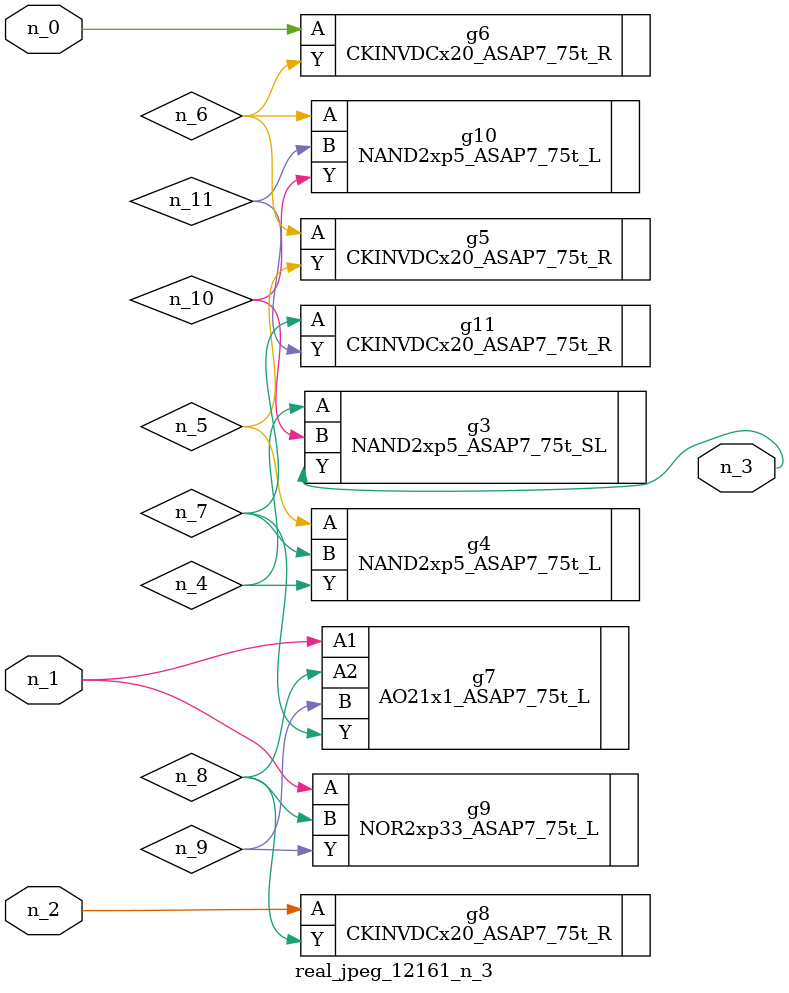
<source format=v>
module real_jpeg_12161_n_3 (n_1, n_0, n_2, n_3);

input n_1;
input n_0;
input n_2;

output n_3;

wire n_5;
wire n_8;
wire n_4;
wire n_11;
wire n_6;
wire n_7;
wire n_10;
wire n_9;

CKINVDCx20_ASAP7_75t_R g6 ( 
.A(n_0),
.Y(n_6)
);

AO21x1_ASAP7_75t_L g7 ( 
.A1(n_1),
.A2(n_8),
.B(n_9),
.Y(n_7)
);

NOR2xp33_ASAP7_75t_L g9 ( 
.A(n_1),
.B(n_8),
.Y(n_9)
);

CKINVDCx20_ASAP7_75t_R g8 ( 
.A(n_2),
.Y(n_8)
);

NAND2xp5_ASAP7_75t_SL g3 ( 
.A(n_4),
.B(n_10),
.Y(n_3)
);

NAND2xp5_ASAP7_75t_L g4 ( 
.A(n_5),
.B(n_7),
.Y(n_4)
);

CKINVDCx20_ASAP7_75t_R g5 ( 
.A(n_6),
.Y(n_5)
);

NAND2xp5_ASAP7_75t_L g10 ( 
.A(n_6),
.B(n_11),
.Y(n_10)
);

CKINVDCx20_ASAP7_75t_R g11 ( 
.A(n_7),
.Y(n_11)
);


endmodule
</source>
